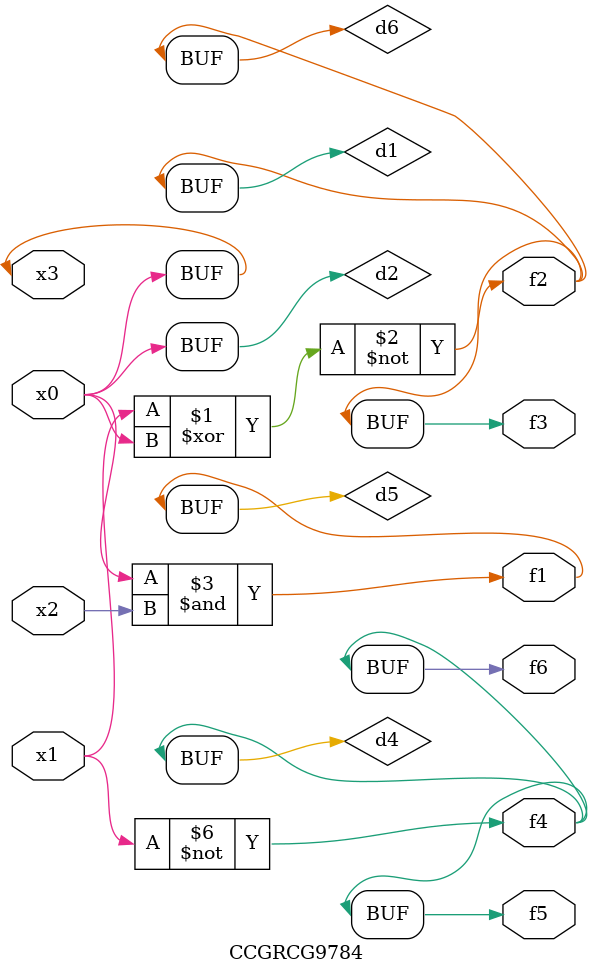
<source format=v>
module CCGRCG9784(
	input x0, x1, x2, x3,
	output f1, f2, f3, f4, f5, f6
);

	wire d1, d2, d3, d4, d5, d6;

	xnor (d1, x1, x3);
	buf (d2, x0, x3);
	nand (d3, x0, x2);
	not (d4, x1);
	nand (d5, d3);
	or (d6, d1);
	assign f1 = d5;
	assign f2 = d6;
	assign f3 = d6;
	assign f4 = d4;
	assign f5 = d4;
	assign f6 = d4;
endmodule

</source>
